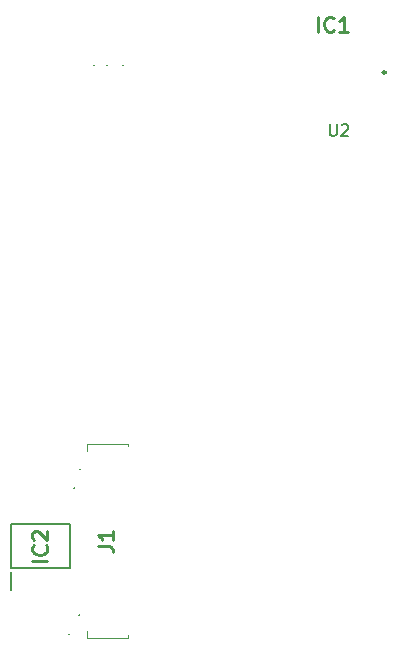
<source format=gbr>
%TF.GenerationSoftware,KiCad,Pcbnew,(5.1.6)-1*%
%TF.CreationDate,2022-01-15T22:49:59+01:00*%
%TF.ProjectId,XPS15,58505331-352e-46b6-9963-61645f706362,rev?*%
%TF.SameCoordinates,Original*%
%TF.FileFunction,Legend,Top*%
%TF.FilePolarity,Positive*%
%FSLAX46Y46*%
G04 Gerber Fmt 4.6, Leading zero omitted, Abs format (unit mm)*
G04 Created by KiCad (PCBNEW (5.1.6)-1) date 2022-01-15 22:49:59*
%MOMM*%
%LPD*%
G01*
G04 APERTURE LIST*
%ADD10C,0.200000*%
%ADD11C,0.100000*%
%ADD12C,0.250000*%
%ADD13C,0.254000*%
%ADD14C,0.150000*%
G04 APERTURE END LIST*
D10*
%TO.C,R7*%
X140540620Y-117030500D02*
G75*
G03*
X140540620Y-117030500I-50000J0D01*
G01*
%TO.C,R6*%
X140055480Y-118587520D02*
G75*
G03*
X140055480Y-118587520I-50000J0D01*
G01*
%TO.C,R2*%
X139630800Y-131000500D02*
G75*
G03*
X139630800Y-131000500I-50000J0D01*
G01*
%TO.C,R1*%
X140505060Y-129377440D02*
G75*
G03*
X140505060Y-129377440I-50000J0D01*
G01*
%TO.C,IC2*%
X134670860Y-127216520D02*
X134670860Y-125741520D01*
X139695860Y-125391520D02*
X134695860Y-125391520D01*
X139695860Y-121691520D02*
X139695860Y-125391520D01*
X134695860Y-121691520D02*
X139695860Y-121691520D01*
X134695860Y-125391520D02*
X134695860Y-121691520D01*
D11*
%TO.C,J1*%
X141150000Y-115490000D02*
X141150000Y-114890000D01*
X141150000Y-114890000D02*
X144600000Y-114890000D01*
X144600000Y-114890000D02*
X144600000Y-115090000D01*
X144600000Y-131090000D02*
X144600000Y-131290000D01*
X144600000Y-131290000D02*
X141150000Y-131290000D01*
X141150000Y-131290000D02*
X141150000Y-130690000D01*
D12*
%TO.C,IC1*%
X166430080Y-83405480D02*
G75*
G03*
X166430080Y-83405480I-125000J0D01*
G01*
D10*
%TO.C,R5*%
X141705800Y-82824880D02*
G75*
G03*
X141705800Y-82824880I-50000J0D01*
G01*
%TO.C,R4*%
X144175240Y-82824400D02*
G75*
G03*
X144175240Y-82824400I-50000J0D01*
G01*
%TO.C,R3*%
X142858960Y-82824300D02*
G75*
G03*
X142858960Y-82824300I-50000J0D01*
G01*
%TO.C,IC2*%
D13*
X137770383Y-124781281D02*
X136500383Y-124781281D01*
X137649431Y-123450805D02*
X137709907Y-123511281D01*
X137770383Y-123692710D01*
X137770383Y-123813662D01*
X137709907Y-123995091D01*
X137588955Y-124116043D01*
X137468002Y-124176520D01*
X137226098Y-124236996D01*
X137044669Y-124236996D01*
X136802764Y-124176520D01*
X136681812Y-124116043D01*
X136560860Y-123995091D01*
X136500383Y-123813662D01*
X136500383Y-123692710D01*
X136560860Y-123511281D01*
X136621336Y-123450805D01*
X136621336Y-122966996D02*
X136560860Y-122906520D01*
X136500383Y-122785567D01*
X136500383Y-122483186D01*
X136560860Y-122362234D01*
X136621336Y-122301758D01*
X136742288Y-122241281D01*
X136863240Y-122241281D01*
X137044669Y-122301758D01*
X137770383Y-123027472D01*
X137770383Y-122241281D01*
%TO.C,J1*%
X142079523Y-123513333D02*
X142986666Y-123513333D01*
X143168095Y-123573809D01*
X143289047Y-123694761D01*
X143349523Y-123876190D01*
X143349523Y-123997142D01*
X143349523Y-122243333D02*
X143349523Y-122969047D01*
X143349523Y-122606190D02*
X142079523Y-122606190D01*
X142260952Y-122727142D01*
X142381904Y-122848095D01*
X142442380Y-122969047D01*
%TO.C,IC1*%
X160690318Y-79980003D02*
X160690318Y-78710003D01*
X162020794Y-79859051D02*
X161960318Y-79919527D01*
X161778889Y-79980003D01*
X161657937Y-79980003D01*
X161476508Y-79919527D01*
X161355556Y-79798575D01*
X161295080Y-79677622D01*
X161234603Y-79435718D01*
X161234603Y-79254289D01*
X161295080Y-79012384D01*
X161355556Y-78891432D01*
X161476508Y-78770480D01*
X161657937Y-78710003D01*
X161778889Y-78710003D01*
X161960318Y-78770480D01*
X162020794Y-78830956D01*
X163230318Y-79980003D02*
X162504603Y-79980003D01*
X162867460Y-79980003D02*
X162867460Y-78710003D01*
X162746508Y-78891432D01*
X162625556Y-79012384D01*
X162504603Y-79072860D01*
%TO.C,U2*%
D14*
X161691415Y-87783420D02*
X161691415Y-88592944D01*
X161739034Y-88688182D01*
X161786653Y-88735801D01*
X161881891Y-88783420D01*
X162072367Y-88783420D01*
X162167605Y-88735801D01*
X162215224Y-88688182D01*
X162262843Y-88592944D01*
X162262843Y-87783420D01*
X162691415Y-87878659D02*
X162739034Y-87831040D01*
X162834272Y-87783420D01*
X163072367Y-87783420D01*
X163167605Y-87831040D01*
X163215224Y-87878659D01*
X163262843Y-87973897D01*
X163262843Y-88069135D01*
X163215224Y-88211992D01*
X162643796Y-88783420D01*
X163262843Y-88783420D01*
%TD*%
M02*

</source>
